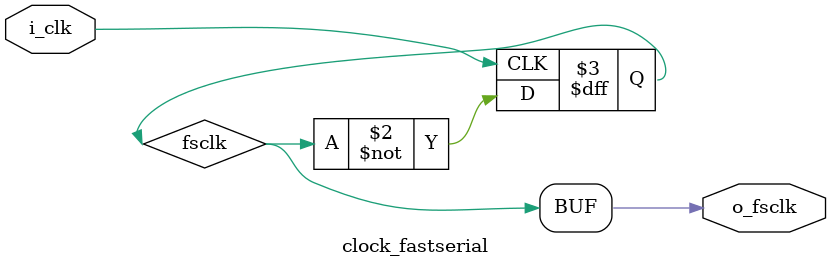
<source format=v>

module clock_fastserial(i_clk, 
                     o_fsclk);

input wire          i_clk;           //FPGA Clock, atleast 100Mhz
output wire         o_fsclk;          // IF TX is busy

reg fsclk;

always @(posedge i_clk) begin
    fsclk <= ~fsclk;
end	 

assign o_fsclk = fsclk;

endmodule
//eof

</source>
